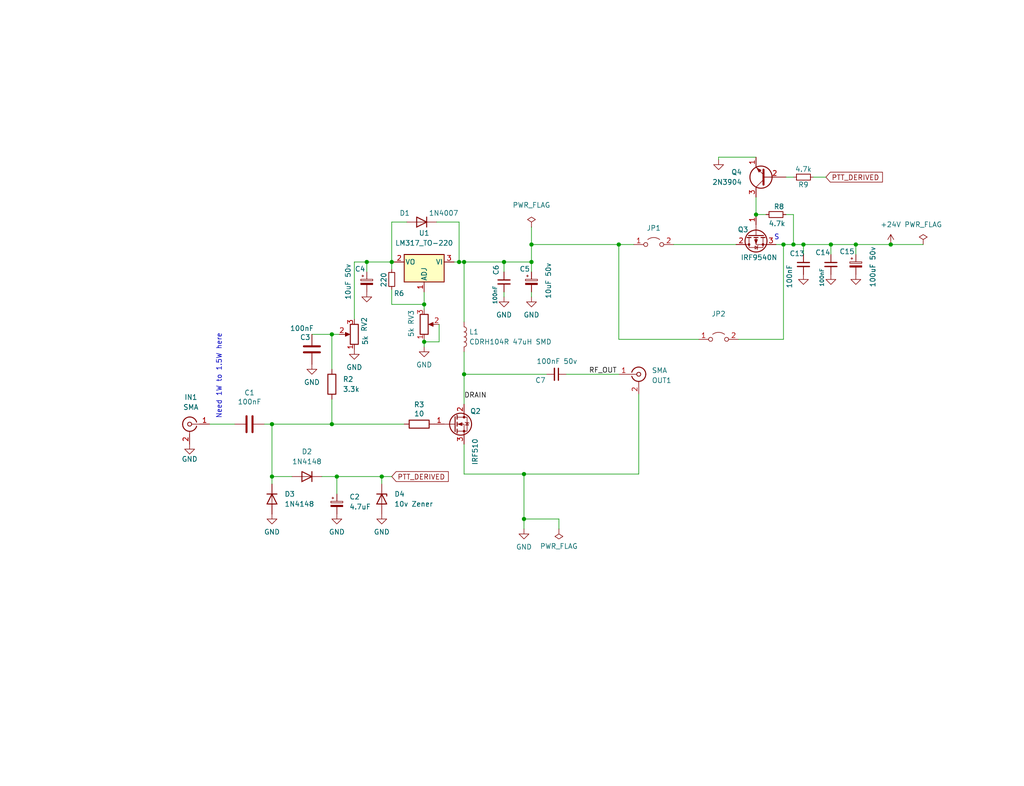
<source format=kicad_sch>
(kicad_sch (version 20230121) (generator eeschema)
  (paper "User" 260.629 200)
  (title_block (title "HF-PA-Combined-10M-Easy") (date "2023-06-01") (rev "v6.0") (company "Author: Dhiru Kholia (VU3CER)") (comment 4 "Robust Class-C/D Single-ended IRF510 powered HF PA for 10m band"))
  (lib_symbols
    (symbol "Connector:Conn_Coaxial" (pin_names (offset 1.016) hide)
      (property "Reference" "J" (at 0.254 3.048 0))
      (property "Value" "Conn_Coaxial" (at 2.921 0 90))
      (symbol "Conn_Coaxial_0_1"
        (arc (start -1.778 -0.508) (mid 0.222 -1.808) (end 1.778 0) (stroke (width 0.254)))
        (polyline (pts (xy -2.54 0) (xy -0.508 0)))
        (polyline (pts (xy 0 -2.54) (xy 0 -1.778)))
        (circle (center 0 0) (radius 0.508) (stroke (width 0.2032)))
        (arc (start 1.778 0) (mid 0.222 1.8083) (end -1.778 0.508) (stroke (width 0.254)))
      )
      (symbol "Conn_Coaxial_1_1"
        (pin passive line (at -5.08 0 0) (length 2.54) (name "In") (number "1"))
        (pin passive line (at 0 -5.08 90) (length 2.54) (name "Ext") (number "2"))
      )
    )
    (symbol "Device:C" (pin_numbers hide) (pin_names (offset 0.254))
      (property "Reference" "C" (at 0.635 2.54 0))
      (property "Value" "C" (at 0.635 -2.54 0))
      (symbol "C_0_1"
        (polyline (pts (xy -2.032 -0.762) (xy 2.032 -0.762)) (stroke (width 0.508)))
        (polyline (pts (xy -2.032 0.762) (xy 2.032 0.762)) (stroke (width 0.508)))
      )
      (symbol "C_1_1"
        (pin passive line (at 0 3.81 270) (length 2.794) (name "~") (number "1"))
        (pin passive line (at 0 -3.81 90) (length 2.794) (name "~") (number "2"))
      )
    )
    (symbol "Device:C_Polarized_Small" (pin_numbers hide) (pin_names (offset 0.254) hide)
      (property "Reference" "C" (at 0.254 1.778 0))
      (property "Value" "C_Polarized_Small" (at 0.254 -2.032 0))
      (symbol "C_Polarized_Small_0_1"
        (rectangle (start -1.524 -0.3048) (end 1.524 -0.6858) (fill (type outline)))
        (rectangle (start -1.524 0.6858) (end 1.524 0.3048))
        (polyline (pts (xy -1.27 1.524) (xy -0.762 1.524)))
        (polyline (pts (xy -1.016 1.27) (xy -1.016 1.778)))
      )
      (symbol "C_Polarized_Small_1_1"
        (pin passive line (at 0 2.54 270) (length 1.8542) (name "~") (number "1"))
        (pin passive line (at 0 -2.54 90) (length 1.8542) (name "~") (number "2"))
      )
    )
    (symbol "Device:C_Small" (pin_numbers hide) (pin_names (offset 0.254) hide)
      (property "Reference" "C" (at 0.254 1.778 0))
      (property "Value" "C_Small" (at 0.254 -2.032 0))
      (symbol "C_Small_0_1"
        (polyline (pts (xy -1.524 -0.508) (xy 1.524 -0.508)) (stroke (width 0.3302)))
        (polyline (pts (xy -1.524 0.508) (xy 1.524 0.508)) (stroke (width 0.3048)))
      )
      (symbol "C_Small_1_1"
        (pin passive line (at 0 2.54 270) (length 2.032) (name "~") (number "1"))
        (pin passive line (at 0 -2.54 90) (length 2.032) (name "~") (number "2"))
      )
    )
    (symbol "Device:D_Zener" (pin_numbers hide) (pin_names (offset 1.016) hide)
      (property "Reference" "D" (at 0 2.54 0))
      (property "Value" "D_Zener" (at 0 -2.54 0))
      (symbol "D_Zener_0_1"
        (polyline (pts (xy 1.27 0) (xy -1.27 0)))
        (polyline (pts (xy -1.27 -1.27) (xy -1.27 1.27) (xy -0.762 1.27)) (stroke (width 0.254)))
        (polyline (pts (xy 1.27 -1.27) (xy 1.27 1.27) (xy -1.27 0) (xy 1.27 -1.27)) (stroke (width 0.254)))
      )
      (symbol "D_Zener_1_1"
        (pin passive line (at -3.81 0 0) (length 2.54) (name "K") (number "1"))
        (pin passive line (at 3.81 0 180) (length 2.54) (name "A") (number "2"))
      )
    )
    (symbol "Device:L" (pin_numbers hide) (pin_names (offset 1.016) hide)
      (property "Reference" "L" (at -1.27 0 90))
      (property "Value" "L" (at 1.905 0 90))
      (symbol "L_0_1"
        (arc (start 0 -2.54) (mid 0.6323 -1.905) (end 0 -1.27))
        (arc (start 0 -1.27) (mid 0.6323 -0.635) (end 0 0))
        (arc (start 0 0) (mid 0.6323 0.635) (end 0 1.27))
        (arc (start 0 1.27) (mid 0.6323 1.905) (end 0 2.54))
      )
      (symbol "L_1_1"
        (pin passive line (at 0 3.81 270) (length 1.27) (name "1") (number "1"))
        (pin passive line (at 0 -3.81 90) (length 1.27) (name "2") (number "2"))
      )
    )
    (symbol "Device:R" (pin_numbers hide) (pin_names (offset 0))
      (property "Reference" "R" (at 2.032 0 90))
      (property "Value" "R" (at 0 0 90))
      (symbol "R_0_1"
        (rectangle (start -1.016 -2.54) (end 1.016 2.54) (stroke (width 0.254)))
      )
      (symbol "R_1_1"
        (pin passive line (at 0 3.81 270) (length 1.27) (name "~") (number "1"))
        (pin passive line (at 0 -3.81 90) (length 1.27) (name "~") (number "2"))
      )
    )
    (symbol "Device:R_Potentiometer" (pin_names (offset 1.016) hide)
      (property "Reference" "RV" (at -4.445 0 90))
      (property "Value" "R_Potentiometer" (at -2.54 0 90))
      (symbol "R_Potentiometer_0_1"
        (polyline (pts (xy 2.54 0) (xy 1.524 0)))
        (polyline (pts (xy 1.143 0) (xy 2.286 0.508) (xy 2.286 -0.508) (xy 1.143 0)) (fill (type outline)))
        (rectangle (start 1.016 2.54) (end -1.016 -2.54) (stroke (width 0.254)))
      )
      (symbol "R_Potentiometer_1_1"
        (pin passive line (at 0 3.81 270) (length 1.27) (name "1") (number "1"))
        (pin passive line (at 3.81 0 180) (length 1.27) (name "2") (number "2"))
        (pin passive line (at 0 -3.81 90) (length 1.27) (name "3") (number "3"))
      )
    )
    (symbol "Device:R_Small" (pin_numbers hide) (pin_names (offset 0.254) hide)
      (property "Reference" "R" (at 0.762 0.508 0))
      (property "Value" "R_Small" (at 0.762 -1.016 0))
      (symbol "R_Small_0_1"
        (rectangle (start -0.762 1.778) (end 0.762 -1.778) (stroke (width 0.2032)))
      )
      (symbol "R_Small_1_1"
        (pin passive line (at 0 2.54 270) (length 0.762) (name "~") (number "1"))
        (pin passive line (at 0 -2.54 90) (length 0.762) (name "~") (number "2"))
      )
    )
    (symbol "Diode:1N4007" (pin_numbers hide) (pin_names hide)
      (property "Reference" "D" (at 0 2.54 0))
      (property "Value" "1N4007" (at 0 -2.54 0))
      (symbol "1N4007_0_1"
        (polyline (pts (xy -1.27 1.27) (xy -1.27 -1.27)) (stroke (width 0.254)))
        (polyline (pts (xy 1.27 0) (xy -1.27 0)))
        (polyline (pts (xy 1.27 1.27) (xy 1.27 -1.27) (xy -1.27 0) (xy 1.27 1.27)) (stroke (width 0.254)))
      )
      (symbol "1N4007_1_1"
        (pin passive line (at -3.81 0 0) (length 2.54) (name "K") (number "1"))
        (pin passive line (at 3.81 0 180) (length 2.54) (name "A") (number "2"))
      )
    )
    (symbol "Diode:1N4148" (pin_numbers hide) (pin_names hide)
      (property "Reference" "D" (at 0 2.54 0))
      (property "Value" "1N4148" (at 0 -2.54 0))
      (symbol "1N4148_0_1"
        (polyline (pts (xy -1.27 1.27) (xy -1.27 -1.27)) (stroke (width 0.254)))
        (polyline (pts (xy 1.27 0) (xy -1.27 0)))
        (polyline (pts (xy 1.27 1.27) (xy 1.27 -1.27) (xy -1.27 0) (xy 1.27 1.27)) (stroke (width 0.254)))
      )
      (symbol "1N4148_1_1"
        (pin passive line (at -3.81 0 0) (length 2.54) (name "K") (number "1"))
        (pin passive line (at 3.81 0 180) (length 2.54) (name "A") (number "2"))
      )
    )
    (symbol "Jumper:Jumper_2_Open" (pin_names (offset 0) hide)
      (property "Reference" "JP" (at 0 2.794 0))
      (property "Value" "Jumper_2_Open" (at 0 -2.286 0))
      (symbol "Jumper_2_Open_0_0"
        (circle (center -2.032 0) (radius 0.508))
        (circle (center 2.032 0) (radius 0.508))
      )
      (symbol "Jumper_2_Open_0_1"
        (arc (start 1.524 1.27) (mid 0 1.778) (end -1.524 1.27))
      )
      (symbol "Jumper_2_Open_1_1"
        (pin passive line (at -5.08 0 0) (length 2.54) (name "A") (number "1"))
        (pin passive line (at 5.08 0 180) (length 2.54) (name "B") (number "2"))
      )
    )
    (symbol "Regulator_Linear:LM317_TO-220" (pin_names (offset 0.254))
      (property "Reference" "U" (at -3.81 3.175 0))
      (property "Value" "LM317_TO-220" (at 0 3.175 0))
      (symbol "LM317_TO-220_0_1"
        (rectangle (start -5.08 1.905) (end 5.08 -5.08) (stroke (width 0.254)) (fill (type background)))
      )
      (symbol "LM317_TO-220_1_1"
        (pin input line (at 0 -7.62 90) (length 2.54) (name "ADJ") (number "1"))
        (pin power_out line (at 7.62 0 180) (length 2.54) (name "VO") (number "2"))
        (pin power_in line (at -7.62 0 0) (length 2.54) (name "VI") (number "3"))
      )
    )
    (symbol "Transistor_BJT:2N3904" (pin_names (offset 0) hide)
      (property "Reference" "Q" (at 5.08 1.905 0))
      (property "Value" "2N3904" (at 5.08 0 0))
      (symbol "2N3904_0_1"
        (polyline (pts (xy 0.635 0.635) (xy 2.54 2.54)))
        (polyline (pts (xy 0.635 -0.635) (xy 2.54 -2.54) (xy 2.54 -2.54)))
        (polyline (pts (xy 0.635 1.905) (xy 0.635 -1.905) (xy 0.635 -1.905)) (stroke (width 0.508)))
        (polyline (pts (xy 1.27 -1.778) (xy 1.778 -1.27) (xy 2.286 -2.286) (xy 1.27 -1.778) (xy 1.27 -1.778)) (fill (type outline)))
        (circle (center 1.27 0) (radius 2.8194) (stroke (width 0.254)))
      )
      (symbol "2N3904_1_1"
        (pin passive line (at 2.54 -5.08 90) (length 2.54) (name "E") (number "1"))
        (pin passive line (at -5.08 0 0) (length 5.715) (name "B") (number "2"))
        (pin passive line (at 2.54 5.08 270) (length 2.54) (name "C") (number "3"))
      )
    )
    (symbol "Transistor_FET:IRF540N" (pin_names hide)
      (property "Reference" "Q" (at 6.35 1.905 0))
      (property "Value" "IRF540N" (at 6.35 0 0))
      (symbol "IRF540N_0_1"
        (polyline (pts (xy 0.254 0) (xy -2.54 0)))
        (polyline (pts (xy 0.254 1.905) (xy 0.254 -1.905)) (stroke (width 0.254)))
        (polyline (pts (xy 0.762 -1.27) (xy 0.762 -2.286)) (stroke (width 0.254)))
        (polyline (pts (xy 0.762 0.508) (xy 0.762 -0.508)) (stroke (width 0.254)))
        (polyline (pts (xy 0.762 2.286) (xy 0.762 1.27)) (stroke (width 0.254)))
        (polyline (pts (xy 2.54 2.54) (xy 2.54 1.778)))
        (polyline (pts (xy 2.54 -2.54) (xy 2.54 0) (xy 0.762 0)))
        (polyline (pts (xy 0.762 -1.778) (xy 3.302 -1.778) (xy 3.302 1.778) (xy 0.762 1.778)))
        (polyline (pts (xy 1.016 0) (xy 2.032 0.381) (xy 2.032 -0.381) (xy 1.016 0)) (fill (type outline)))
        (polyline (pts (xy 2.794 0.508) (xy 2.921 0.381) (xy 3.683 0.381) (xy 3.81 0.254)))
        (polyline (pts (xy 3.302 0.381) (xy 2.921 -0.254) (xy 3.683 -0.254) (xy 3.302 0.381)))
        (circle (center 1.651 0) (radius 2.794) (stroke (width 0.254)))
        (circle (center 2.54 -1.778) (radius 0.254) (fill (type outline)))
        (circle (center 2.54 1.778) (radius 0.254) (fill (type outline)))
      )
      (symbol "IRF540N_1_1"
        (pin input line (at -5.08 0 0) (length 2.54) (name "G") (number "1"))
        (pin passive line (at 2.54 5.08 270) (length 2.54) (name "D") (number "2"))
        (pin passive line (at 2.54 -5.08 90) (length 2.54) (name "S") (number "3"))
      )
    )
    (symbol "Transistor_FET:IRF9540N" (pin_names hide)
      (property "Reference" "Q" (at 5.08 1.905 0))
      (property "Value" "IRF9540N" (at 5.08 0 0))
      (symbol "IRF9540N_0_1"
        (polyline (pts (xy 0.254 0) (xy -2.54 0)))
        (polyline (pts (xy 0.254 1.905) (xy 0.254 -1.905)) (stroke (width 0.254)))
        (polyline (pts (xy 0.762 -1.27) (xy 0.762 -2.286)) (stroke (width 0.254)))
        (polyline (pts (xy 0.762 0.508) (xy 0.762 -0.508)) (stroke (width 0.254)))
        (polyline (pts (xy 0.762 2.286) (xy 0.762 1.27)) (stroke (width 0.254)))
        (polyline (pts (xy 2.54 2.54) (xy 2.54 1.778)))
        (polyline (pts (xy 2.54 -2.54) (xy 2.54 0) (xy 0.762 0)))
        (polyline (pts (xy 0.762 1.778) (xy 3.302 1.778) (xy 3.302 -1.778) (xy 0.762 -1.778)))
        (polyline (pts (xy 2.286 0) (xy 1.27 0.381) (xy 1.27 -0.381) (xy 2.286 0)) (fill (type outline)))
        (polyline (pts (xy 2.794 -0.508) (xy 2.921 -0.381) (xy 3.683 -0.381) (xy 3.81 -0.254)))
        (polyline (pts (xy 3.302 -0.381) (xy 2.921 0.254) (xy 3.683 0.254) (xy 3.302 -0.381)))
        (circle (center 1.651 0) (radius 2.794) (stroke (width 0.254)))
        (circle (center 2.54 -1.778) (radius 0.254) (fill (type outline)))
        (circle (center 2.54 1.778) (radius 0.254) (fill (type outline)))
      )
      (symbol "IRF9540N_1_1"
        (pin input line (at -5.08 0 0) (length 2.54) (name "G") (number "1"))
        (pin passive line (at 2.54 5.08 270) (length 2.54) (name "D") (number "2"))
        (pin passive line (at 2.54 -5.08 90) (length 2.54) (name "S") (number "3"))
      )
    )
    (symbol "power:+24V" (power) (pin_names (offset 0))
      (property "Value" "+24V" (at 0 3.556 0))
      (symbol "+24V_0_1"
        (polyline (pts (xy -0.762 1.27) (xy 0 2.54)))
        (polyline (pts (xy 0 0) (xy 0 2.54)))
        (polyline (pts (xy 0 2.54) (xy 0.762 1.27)))
      )
      (symbol "+24V_1_1"
        (pin power_in line (at 0 0 90) (length 0) hide (name "+24V") (number "1"))
      )
    )
    (symbol "power:GND" (power) (pin_names (offset 0))
      (property "Value" "GND" (at 0 -3.81 0))
      (symbol "GND_0_1"
        (polyline (pts (xy 0 0) (xy 0 -1.27) (xy 1.27 -1.27) (xy 0 -2.54) (xy -1.27 -1.27) (xy 0 -1.27)))
      )
      (symbol "GND_1_1"
        (pin power_in line (at 0 0 270) (length 0) hide (name "GND") (number "1"))
      )
    )
    (symbol "power:PWR_FLAG" (power) (pin_numbers hide) (pin_names (offset 0) hide)
      (property "Value" "PWR_FLAG" (at 0 3.81 0))
      (symbol "PWR_FLAG_0_0"
        (pin power_out line (at 0 0 90) (length 0) (name "pwr") (number "1"))
      )
      (symbol "PWR_FLAG_0_1"
        (polyline (pts (xy 0 0) (xy 0 1.27) (xy -1.016 1.905) (xy 0 2.54) (xy 1.016 1.905) (xy 0 1.27)))
      )
    )
  )
  (junction (at 157.48 62.23))
  (junction (at 93.345 66.675))
  (junction (at 199.39 62.23))
  (junction (at 133.35 132.08))
  (junction (at 116.84 66.675))
  (junction (at 211.455 62.23))
  (junction (at 226.695 62.23))
  (junction (at 69.215 107.95))
  (junction (at 133.35 120.65))
  (junction (at 97.155 121.285))
  (junction (at 84.455 107.95))
  (junction (at 201.93 62.23))
  (junction (at 99.695 66.675))
  (junction (at 118.11 95.25))
  (junction (at 118.11 66.675))
  (junction (at 135.255 62.23))
  (junction (at 204.47 62.23))
  (junction (at 107.95 77.47))
  (junction (at 69.215 121.285))
  (junction (at 135.255 66.675))
  (junction (at 217.805 62.23))
  (junction (at 107.95 86.995))
  (junction (at 85.725 121.285))
  (junction (at 192.405 54.61))
  (junction (at 84.455 85.09))
  (junction (at 128.27 66.675))
  (wire (pts (xy 135.255 57.785) (xy 135.255 62.23)))
  (wire (pts (xy 99.695 66.675) (xy 99.695 68.58)))
  (wire (pts (xy 226.695 62.23) (xy 234.95 62.23)))
  (wire (pts (xy 211.455 62.23) (xy 217.805 62.23)))
  (wire (pts (xy 118.11 89.535) (xy 118.11 95.25)))
  (wire (pts (xy 118.11 120.65) (xy 133.35 120.65)))
  (wire (pts (xy 111.76 86.995) (xy 111.76 82.55)))
  (wire (pts (xy 84.455 85.09) (xy 84.455 93.98)))
  (wire (pts (xy 67.31 107.95) (xy 69.215 107.95)))
  (wire (pts (xy 118.11 120.65) (xy 118.11 113.03)))
  (wire (pts (xy 90.17 66.675) (xy 90.17 81.28)))
  (wire (pts (xy 128.27 69.215) (xy 128.27 66.675)))
  (wire (pts (xy 192.405 54.61) (xy 194.945 54.61)))
  (wire (pts (xy 199.39 62.23) (xy 199.39 86.36)))
  (wire (pts (xy 217.805 62.23) (xy 217.805 64.77)))
  (wire (pts (xy 84.455 101.6) (xy 84.455 107.95)))
  (wire (pts (xy 116.84 56.515) (xy 116.84 66.675)))
  (wire (pts (xy 201.93 62.23) (xy 204.47 62.23)))
  (wire (pts (xy 204.47 64.77) (xy 204.47 62.23)))
  (wire (pts (xy 135.255 66.675) (xy 128.27 66.675)))
  (wire (pts (xy 182.88 40.64) (xy 182.88 40.005)))
  (wire (pts (xy 74.295 121.285) (xy 69.215 121.285)))
  (wire (pts (xy 111.125 56.515) (xy 116.84 56.515)))
  (wire (pts (xy 200.025 45.085) (xy 201.93 45.085)))
  (wire (pts (xy 85.725 121.285) (xy 81.915 121.285)))
  (wire (pts (xy 107.95 86.995) (xy 111.76 86.995)))
  (wire (pts (xy 157.48 62.23) (xy 135.255 62.23)))
  (wire (pts (xy 133.35 120.65) (xy 133.35 132.08)))
  (wire (pts (xy 99.695 66.675) (xy 100.33 66.675)))
  (wire (pts (xy 142.24 132.08) (xy 142.24 134.62)))
  (wire (pts (xy 86.36 85.09) (xy 84.455 85.09)))
  (wire (pts (xy 69.215 107.95) (xy 69.215 121.285)))
  (wire (pts (xy 207.01 45.085) (xy 210.185 45.085)))
  (wire (pts (xy 157.48 86.36) (xy 177.8 86.36)))
  (wire (pts (xy 187.96 86.36) (xy 199.39 86.36)))
  (wire (pts (xy 157.48 62.23) (xy 157.48 86.36)))
  (wire (pts (xy 135.255 66.675) (xy 135.255 69.215)))
  (wire (pts (xy 204.47 62.23) (xy 211.455 62.23)))
  (wire (pts (xy 192.405 50.165) (xy 192.405 54.61)))
  (wire (pts (xy 133.35 132.08) (xy 133.35 134.62)))
  (wire (pts (xy 144.145 95.25) (xy 157.48 95.25)))
  (wire (pts (xy 135.255 74.295) (xy 135.255 75.565)))
  (wire (pts (xy 118.11 66.675) (xy 118.11 81.915)))
  (wire (pts (xy 99.695 56.515) (xy 99.695 66.675)))
  (wire (pts (xy 93.345 66.675) (xy 90.17 66.675)))
  (wire (pts (xy 107.95 74.295) (xy 107.95 77.47)))
  (wire (pts (xy 85.725 125.73) (xy 85.725 121.285)))
  (wire (pts (xy 133.35 120.65) (xy 162.56 120.65)))
  (wire (pts (xy 162.56 100.33) (xy 162.56 120.65)))
  (wire (pts (xy 135.255 62.23) (xy 135.255 66.675)))
  (wire (pts (xy 171.45 62.23) (xy 187.325 62.23)))
  (wire (pts (xy 199.39 62.23) (xy 201.93 62.23)))
  (wire (pts (xy 99.695 56.515) (xy 103.505 56.515)))
  (wire (pts (xy 226.695 62.23) (xy 217.805 62.23)))
  (wire (pts (xy 201.93 54.61) (xy 201.93 62.23)))
  (wire (pts (xy 107.95 77.47) (xy 107.95 78.74)))
  (wire (pts (xy 197.485 62.23) (xy 199.39 62.23)))
  (wire (pts (xy 107.95 88.265) (xy 107.95 86.995)))
  (wire (pts (xy 97.155 121.285) (xy 97.155 123.19)))
  (wire (pts (xy 99.695 73.66) (xy 99.695 77.47)))
  (wire (pts (xy 115.57 66.675) (xy 116.84 66.675)))
  (wire (pts (xy 157.48 62.23) (xy 161.29 62.23)))
  (wire (pts (xy 128.27 74.295) (xy 128.27 75.565)))
  (wire (pts (xy 118.11 95.25) (xy 139.065 95.25)))
  (wire (pts (xy 118.11 95.25) (xy 118.11 102.87)))
  (wire (pts (xy 118.11 66.675) (xy 128.27 66.675)))
  (wire (pts (xy 69.215 107.95) (xy 84.455 107.95)))
  (wire (pts (xy 97.155 121.285) (xy 99.695 121.285)))
  (wire (pts (xy 53.34 107.95) (xy 59.69 107.95)))
  (wire (pts (xy 93.345 66.675) (xy 93.345 69.215)))
  (wire (pts (xy 182.88 40.005) (xy 192.405 40.005)))
  (wire (pts (xy 84.455 107.95) (xy 102.87 107.95)))
  (wire (pts (xy 93.345 66.675) (xy 99.695 66.675)))
  (wire (pts (xy 107.95 86.995) (xy 107.95 86.36)))
  (wire (pts (xy 200.025 54.61) (xy 201.93 54.61)))
  (wire (pts (xy 116.84 66.675) (xy 118.11 66.675)))
  (wire (pts (xy 211.455 62.23) (xy 211.455 64.77)))
  (wire (pts (xy 69.215 121.285) (xy 69.215 123.19)))
  (wire (pts (xy 84.455 85.09) (xy 79.375 85.09)))
  (wire (pts (xy 142.24 132.08) (xy 133.35 132.08)))
  (wire (pts (xy 85.725 121.285) (xy 97.155 121.285)))
  (wire (pts (xy 99.695 77.47) (xy 107.95 77.47)))
  (text "Need 1W to 1.5W here" (at 56.515 106.68 90) (effects (font (size 1.27 1.27)) (justify left bottom)))
  (text "S" (at 196.977 61.214 0) (effects (font (size 1.27 1.27)) (justify left bottom)))
  (label "DRAIN" (at 118.11 101.6 0))
  (label "RF_OUT" (at 149.86 95.25 0))
  (global_label "PTT_DERIVED" (shape input) (at 99.695 121.285 0) (property "Intersheetrefs" "${INTERSHEET_REFS}" (effects hide)))
  (global_label "PTT_DERIVED" (shape input) (at 210.185 45.085 0) (property "Intersheetrefs" "${INTERSHEET_REFS}" (effects hide)))
  (symbol (lib_id "Device:C_Polarized_Small") (at 135.255 71.755 0) (unit 1)
    (property "Reference" "C5" (at 132.207 68.453 0) (effects (justify left)))
    (property "Value" "10uF 50v" (at 139.573 76.073 90) (effects (justify left)))
    (property "Footprint" "Capacitor_THT:CP_Radial_D5.0mm_P2.50mm" (effects hide))
  )
  (symbol (lib_id "Device:C_Small") (at 141.605 95.25 270) (unit 1)
    (property "Reference" "C7" (at 137.541 96.774 90))
    (property "Value" "100nF 50v" (at 141.732 91.948 90))
    (property "Footprint" "Capacitor_SMD:C_1206_3216Metric_Pad1.33x1.80mm_HandSolder" (effects hide))
  )
  (symbol (lib_id "Device:R_Potentiometer") (at 90.17 85.09 180) (unit 1)
    (property "Reference" "RV2" (at 92.71 82.55 90))
    (property "Value" "5k" (at 92.964 86.614 90))
    (property "Footprint" "Potentiometer_THT:Potentiometer_Runtron_RM-065_Vertical" (effects hide))
  )
  (symbol (lib_id "Device:R") (at 106.68 107.95 270) (unit 1)
    (property "Reference" "R3" (at 106.68 102.9716 90))
    (property "Value" "10" (at 106.68 105.283 90))
    (property "Footprint" "Resistor_SMD:R_1206_3216Metric_Pad1.30x1.75mm_HandSolder" (effects hide))
  )
  (symbol (lib_id "power:GND") (at 48.26 113.03 0) (unit 1)
    (property "Reference" "#PWR0106" (effects hide))
    (property "Value" "GND" (at 48.26 116.84 0))
  )
  (symbol (lib_id "Device:C") (at 63.5 107.95 270) (unit 1)
    (property "Reference" "C1" (at 63.5 99.949 90))
    (property "Value" "100nF" (at 63.5 102.2604 90))
    (property "Footprint" "Capacitor_SMD:C_1206_3216Metric_Pad1.33x1.80mm_HandSolder" (effects hide))
  )
  (symbol (lib_id "Diode:1N4007") (at 107.315 56.515 180) (unit 1)
    (property "Reference" "D1" (at 102.997 54.229 0))
    (property "Value" "1N4007" (at 112.903 54.229 0))
    (property "Footprint" "Diode_THT:D_DO-41_SOD81_P10.16mm_Horizontal" (effects hide))
    (property "Datasheet" "http://www.vishay.com/docs/88503/1n4001.pdf" (effects hide))
    (property "Sim.Device" "D" (effects hide))
    (property "Sim.Pins" "1=K 2=A" (effects hide))
  )
  (symbol (lib_id "Device:C_Small") (at 128.27 71.755 0) (unit 1)
    (property "Reference" "C6" (at 126.238 68.707 90))
    (property "Value" "100nF" (at 125.984 75.057 90) (effects (font (size 0.9906 0.9906))))
    (property "Footprint" "Capacitor_SMD:C_1206_3216Metric_Pad1.33x1.80mm_HandSolder" (effects hide))
  )
  (symbol (lib_id "power:PWR_FLAG") (at 142.24 134.62 180) (unit 1)
    (property "Reference" "#FLG0104" (effects hide))
    (property "Value" "PWR_FLAG" (at 142.24 139.0142 0))
  )
  (symbol (lib_id "power:PWR_FLAG") (at 135.255 57.785 0) (unit 1)
    (property "Reference" "#FLG01" (effects hide))
    (property "Value" "PWR_FLAG" (at 135.255 52.197 0))
  )
  (symbol (lib_id "power:+24V") (at 226.695 62.23 0) (unit 1)
    (property "Reference" "#PWR04" (effects hide))
    (property "Value" "+24V" (at 226.695 57.15 0))
  )
  (symbol (lib_id "power:GND") (at 204.47 69.85 0) (unit 1)
    (property "Reference" "#PWR010" (effects hide))
    (property "Value" "GND" (effects hide))
  )
  (symbol (lib_id "Device:C_Small") (at 204.47 67.31 0) (unit 1)
    (property "Reference" "C13" (at 200.914 64.516 0) (effects (justify left)))
    (property "Value" "100nF" (at 200.914 73.406 90) (effects (justify left)))
    (property "Footprint" "Capacitor_SMD:C_1206_3216Metric_Pad1.33x1.80mm_HandSolder" (effects hide))
  )
  (symbol (lib_id "Device:C_Polarized_Small") (at 217.805 67.31 0) (unit 1)
    (property "Reference" "C15" (at 213.614 64.008 0) (effects (justify left)))
    (property "Value" "100uF 50v" (at 222.123 73.152 90) (effects (justify left)))
    (property "Footprint" "Capacitor_THT:CP_Radial_D5.0mm_P2.50mm" (effects hide))
  )
  (symbol (lib_id "Device:C_Small") (at 211.455 67.31 0) (unit 1)
    (property "Reference" "C14" (at 209.423 64.262 0))
    (property "Value" "100nF" (at 209.169 70.612 90) (effects (font (size 0.9906 0.9906))))
    (property "Footprint" "Capacitor_SMD:C_1206_3216Metric_Pad1.33x1.80mm_HandSolder" (effects hide))
  )
  (symbol (lib_id "power:GND") (at 107.95 88.265 0) (unit 1)
    (property "Reference" "#PWR0117" (effects hide))
    (property "Value" "GND" (at 107.95 92.837 0))
  )
  (symbol (lib_id "Device:C_Polarized_Small") (at 93.345 71.755 0) (unit 1)
    (property "Reference" "C4" (at 90.297 68.453 0) (effects (justify left)))
    (property "Value" "10uF 50v" (at 88.5698 76.327 90) (effects (justify left)))
    (property "Footprint" "Capacitor_THT:CP_Radial_D5.0mm_P2.50mm" (effects hide))
  )
  (symbol (lib_id "Connector:Conn_Coaxial") (at 162.56 95.25 0) (unit 1)
    (property "Reference" "OUT1" (at 165.862 96.8133 0) (effects (justify left)))
    (property "Value" "SMA" (at 165.862 94.2733 0) (effects (justify left)))
    (property "Footprint" "Connector_Coaxial:SMA_Amphenol_901-144_Vertical" (effects hide))
    (property "Datasheet" " ~" (effects hide))
  )
  (symbol (lib_id "power:GND") (at 135.255 75.565 0) (unit 1)
    (property "Reference" "#PWR0103" (effects hide))
    (property "Value" "GND" (at 135.255 80.137 0))
  )
  (symbol (lib_id "Diode:1N4148") (at 78.105 121.285 180) (unit 1)
    (property "Reference" "D2" (at 78.105 114.935 0))
    (property "Value" "1N4148" (at 78.105 117.475 0))
    (property "Footprint" "Diode_THT:D_DO-35_SOD27_P7.62mm_Horizontal" (effects hide))
    (property "Datasheet" "https://assets.nexperia.com/documents/data-sheet/1N4148_1N4448.pdf" (effects hide))
    (property "Sim.Device" "D" (effects hide))
    (property "Sim.Pins" "1=K 2=A" (effects hide))
  )
  (symbol (lib_id "Device:C_Polarized_Small") (at 85.725 128.27 0) (unit 1)
    (property "Reference" "C2" (at 88.9 126.4539 0) (effects (justify left)))
    (property "Value" "4.7uF" (at 88.9 128.9939 0) (effects (justify left)))
  )
  (symbol (lib_id "Jumper:Jumper_2_Open") (at 166.37 62.23 0) (unit 1)
    (property "Reference" "JP1" (at 166.37 58.039 0))
    (property "Value" "Jumper_2_Open" (effects hide))
    (property "Footprint" "Connector_PinHeader_2.54mm:PinHeader_1x02_P2.54mm_Vertical" (effects hide))
  )
  (symbol (lib_id "Device:R_Small") (at 204.47 45.085 90) (unit 1)
    (property "Reference" "R9" (at 204.47 46.99 90))
    (property "Value" "4.7k" (at 204.47 43.053 90))
    (property "Footprint" "Resistor_SMD:R_1206_3216Metric_Pad1.30x1.75mm_HandSolder" (effects hide))
  )
  (symbol (lib_id "power:PWR_FLAG") (at 234.95 62.23 0) (unit 1)
    (property "Reference" "#FLG02" (effects hide))
    (property "Value" "PWR_FLAG" (at 234.95 57.15 0))
  )
  (symbol (lib_id "Device:L") (at 118.11 85.725 0) (unit 1)
    (property "Reference" "L1" (at 119.38 84.455 0) (effects (justify left)))
    (property "Value" "CDRH104R 47uH SMD" (at 119.38 86.995 0) (effects (justify left)))
  )
  (symbol (lib_id "Connector:Conn_Coaxial") (at 48.26 107.95 0) (mirror y) (unit 1)
    (property "Reference" "IN1" (at 48.5774 101.092 0))
    (property "Value" "SMA" (at 48.5774 103.632 0))
    (property "Footprint" "Connector_Coaxial:SMA_Amphenol_901-144_Vertical" (effects hide))
    (property "Datasheet" " ~" (effects hide))
  )
  (symbol (lib_id "power:GND") (at 217.805 69.85 0) (unit 1)
    (property "Reference" "#PWR013" (effects hide))
    (property "Value" "GND" (effects hide))
  )
  (symbol (lib_id "Transistor_BJT:2N3904") (at 194.945 45.085 180) (unit 1)
    (property "Reference" "Q4" (at 188.849 43.8149 0) (effects (justify left)))
    (property "Value" "2N3904" (at 188.849 46.3549 0) (effects (justify left)))
    (property "Footprint" "Connector_PinSocket_2.54mm:PinSocket_1x03_P2.54mm_Vertical" (effects hide))
    (property "Datasheet" "https://www.onsemi.com/pub/Collateral/2N3903-D.PDF" (effects hide))
  )
  (symbol (lib_id "Device:D_Zener") (at 97.155 127 270) (unit 1)
    (property "Reference" "D4" (at 100.33 125.73 90) (effects (justify left)))
    (property "Value" "10v Zener" (at 100.33 128.27 90) (effects (justify left)))
  )
  (symbol (lib_id "Device:R_Small") (at 99.695 71.12 0) (unit 1)
    (property "Reference" "R6" (at 100.203 74.676 0) (effects (justify left)))
    (property "Value" "220" (at 97.663 73.152 90) (effects (justify left)))
    (property "Footprint" "Resistor_SMD:R_1206_3216Metric_Pad1.30x1.75mm_HandSolder" (effects hide))
  )
  (symbol (lib_id "power:GND") (at 97.155 130.81 0) (unit 1)
    (property "Reference" "#PWR03" (effects hide))
    (property "Value" "GND" (at 97.155 135.382 0))
  )
  (symbol (lib_id "power:GND") (at 85.725 130.81 0) (unit 1)
    (property "Reference" "#PWR02" (effects hide))
    (property "Value" "GND" (at 85.725 135.382 0))
  )
  (symbol (lib_id "Device:C") (at 79.375 88.9 0) (unit 1)
    (property "Reference" "C3" (at 76.327 85.852 0) (effects (justify left)))
    (property "Value" "100nF" (at 73.787 83.566 0) (effects (justify left)))
    (property "Footprint" "Capacitor_SMD:C_1206_3216Metric_Pad1.33x1.80mm_HandSolder" (effects hide))
  )
  (symbol (lib_id "Device:R_Potentiometer") (at 107.95 82.55 0) (mirror x) (unit 1)
    (property "Reference" "RV3" (at 104.648 80.772 90))
    (property "Value" "5k" (at 104.648 84.582 90))
    (property "Footprint" "Potentiometer_THT:Potentiometer_Runtron_RM-065_Vertical" (effects hide))
  )
  (symbol (lib_id "Transistor_FET:IRF9540N") (at 192.405 59.69 90) (mirror x) (unit 1)
    (property "Reference" "Q3" (at 189.103 58.42 90))
    (property "Value" "IRF9540N" (at 193.167 65.532 90))
    (property "Footprint" "Package_TO_SOT_THT:TO-220-3_Vertical" (effects hide))
    (property "Datasheet" "http://www.irf.com/product-info/datasheets/data/irf9540n.pdf" (effects hide))
  )
  (symbol (lib_id "Device:R_Small") (at 197.485 54.61 90) (unit 1)
    (property "Reference" "R8" (at 198.247 52.578 90))
    (property "Value" "4.7k" (at 197.739 56.896 90))
    (property "Footprint" "Resistor_SMD:R_1206_3216Metric_Pad1.30x1.75mm_HandSolder" (effects hide))
  )
  (symbol (lib_id "Jumper:Jumper_2_Open") (at 182.88 86.36 0) (unit 1)
    (property "Reference" "JP2" (at 182.88 79.883 0))
    (property "Value" "Jumper_2_Open" (effects hide))
    (property "Footprint" "Connector_PinHeader_2.54mm:PinHeader_1x02_P2.54mm_Vertical" (effects hide))
  )
  (symbol (lib_id "power:GND") (at 90.17 88.9 0) (unit 1)
    (property "Reference" "#PWR0113" (effects hide))
    (property "Value" "GND" (at 90.17 93.472 0))
  )
  (symbol (lib_id "power:GND") (at 133.35 134.62 0) (unit 1)
    (property "Reference" "#PWR0116" (effects hide))
    (property "Value" "GND" (at 133.35 139.192 0))
  )
  (symbol (lib_id "power:GND") (at 79.375 92.71 0) (unit 1)
    (property "Reference" "#PWR0111" (effects hide))
    (property "Value" "GND" (at 79.375 97.282 0))
  )
  (symbol (lib_id "power:GND") (at 211.455 69.85 0) (unit 1)
    (property "Reference" "#PWR012" (effects hide))
    (property "Value" "GND" (effects hide))
  )
  (symbol (lib_id "Diode:1N4148") (at 69.215 127 270) (unit 1)
    (property "Reference" "D3" (at 72.39 125.73 90) (effects (justify left)))
    (property "Value" "1N4148" (at 72.39 128.27 90) (effects (justify left)))
    (property "Footprint" "Diode_THT:D_DO-35_SOD27_P7.62mm_Horizontal" (effects hide))
    (property "Datasheet" "https://assets.nexperia.com/documents/data-sheet/1N4148_1N4448.pdf" (effects hide))
    (property "Sim.Device" "D" (effects hide))
    (property "Sim.Pins" "1=K 2=A" (effects hide))
  )
  (symbol (lib_id "power:GND") (at 128.27 75.565 0) (unit 1)
    (property "Reference" "#PWR0105" (effects hide))
    (property "Value" "GND" (at 128.27 80.137 0))
  )
  (symbol (lib_id "Regulator_Linear:LM317_TO-220") (at 107.95 66.675 0) (mirror y) (unit 1)
    (property "Reference" "U1" (at 107.95 59.309 0))
    (property "Value" "LM317_TO-220" (at 107.95 61.849 0))
    (property "Footprint" "Package_TO_SOT_THT:TO-220-3_Vertical" (effects hide))
    (property "Datasheet" "http://www.ti.com/lit/ds/symlink/lm317.pdf" (effects hide))
  )
  (symbol (lib_id "power:GND") (at 93.345 74.295 0) (unit 1)
    (property "Reference" "#PWR05" (effects hide))
    (property "Value" "GND" (effects hide))
  )
  (symbol (lib_id "Transistor_FET:IRF540N") (at 115.57 107.95 0) (unit 1)
    (property "Reference" "Q2" (at 119.634 104.648 0) (effects (justify left)))
    (property "Value" "IRF510" (at 120.904 118.364 90) (effects (justify left)))
    (property "Footprint" "Package_TO_SOT_THT:TO-220-3_Vertical" (effects hide))
    (property "Datasheet" "http://www.irf.com/product-info/datasheets/data/irf540n.pdf" (effects hide))
  )
  (symbol (lib_id "power:GND") (at 69.215 130.81 0) (unit 1)
    (property "Reference" "#PWR01" (effects hide))
    (property "Value" "GND" (at 69.215 135.382 0))
  )
  (symbol (lib_id "power:GND") (at 182.88 40.64 0) (unit 1)
    (property "Reference" "#PWR09" (effects hide))
    (property "Value" "GND" (effects hide))
  )
  (symbol (lib_id "Device:R") (at 84.455 97.79 0) (unit 1)
    (property "Reference" "R2" (at 87.249 96.5199 0) (effects (justify left)))
    (property "Value" "3.3k" (at 87.249 99.0599 0) (effects (justify left)))
    (property "Footprint" "Resistor_SMD:R_1206_3216Metric_Pad1.30x1.75mm_HandSolder" (effects hide))
  )
)
</source>
